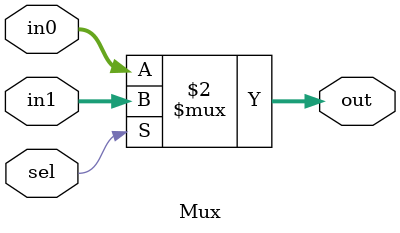
<source format=v>
`timescale 1ns / 1ps


module Mux(in0, in1, sel, out);

input [7:0] in0, in1;
input sel;
output reg [7:0] out;

always @ (*)
begin
out = sel ? in1 : in0; //if sel = 1, choose in1, else, choose in0
end
endmodule

</source>
